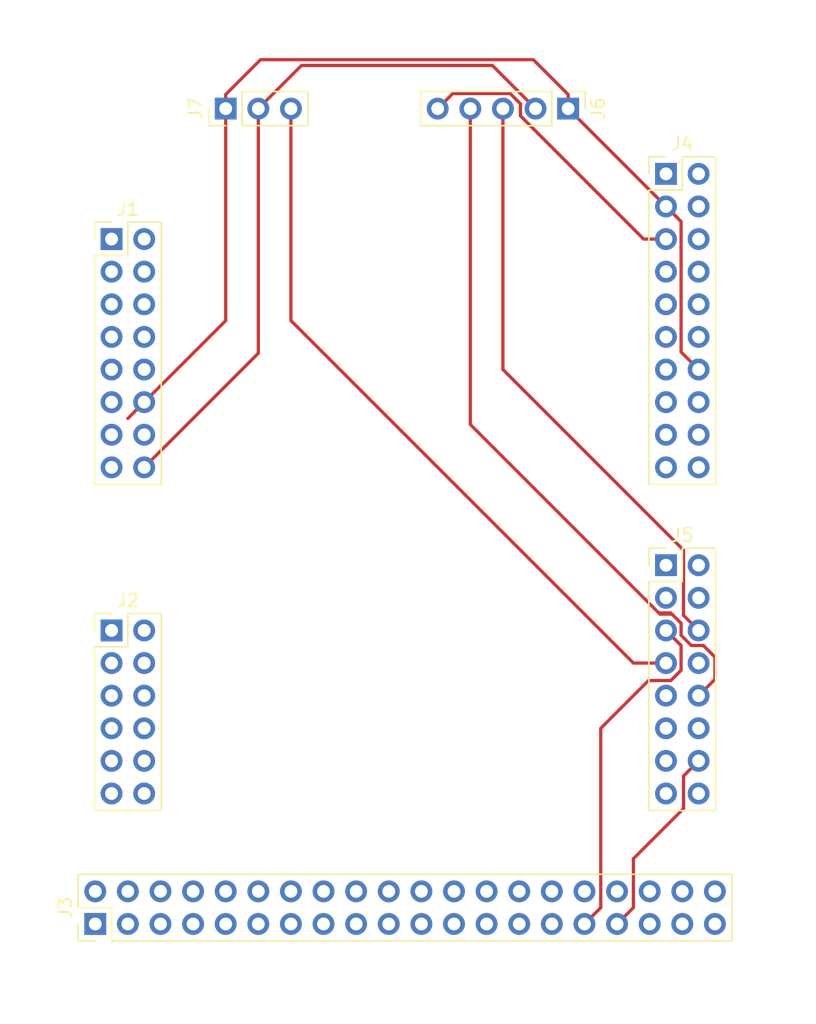
<source format=kicad_pcb>
(kicad_pcb (version 20171130) (host pcbnew 5.0.1-33cea8e~68~ubuntu18.04.1)

  (general
    (thickness 1.6)
    (drawings 0)
    (tracks 57)
    (zones 0)
    (modules 7)
    (nets 88)
  )

  (page A4)
  (layers
    (0 F.Cu signal)
    (31 B.Cu signal)
    (32 B.Adhes user)
    (33 F.Adhes user)
    (34 B.Paste user)
    (35 F.Paste user)
    (36 B.SilkS user)
    (37 F.SilkS user)
    (38 B.Mask user)
    (39 F.Mask user)
    (40 Dwgs.User user)
    (41 Cmts.User user)
    (42 Eco1.User user)
    (43 Eco2.User user)
    (44 Edge.Cuts user)
    (45 Margin user)
    (46 B.CrtYd user)
    (47 F.CrtYd user)
    (48 B.Fab user)
    (49 F.Fab user)
  )

  (setup
    (last_trace_width 0.25)
    (trace_clearance 0.2)
    (zone_clearance 0.508)
    (zone_45_only no)
    (trace_min 0.2)
    (segment_width 0.2)
    (edge_width 0.15)
    (via_size 0.6)
    (via_drill 0.4)
    (via_min_size 0.4)
    (via_min_drill 0.3)
    (uvia_size 0.3)
    (uvia_drill 0.1)
    (uvias_allowed no)
    (uvia_min_size 0.2)
    (uvia_min_drill 0.1)
    (pcb_text_width 0.3)
    (pcb_text_size 1.5 1.5)
    (mod_edge_width 0.15)
    (mod_text_size 1 1)
    (mod_text_width 0.15)
    (pad_size 1.524 1.524)
    (pad_drill 0.762)
    (pad_to_mask_clearance 0.2)
    (solder_mask_min_width 0.25)
    (aux_axis_origin 0 0)
    (visible_elements FFFFFF7F)
    (pcbplotparams
      (layerselection 0x00030_80000001)
      (usegerberextensions false)
      (usegerberattributes false)
      (usegerberadvancedattributes false)
      (creategerberjobfile false)
      (excludeedgelayer true)
      (linewidth 0.100000)
      (plotframeref false)
      (viasonmask false)
      (mode 1)
      (useauxorigin false)
      (hpglpennumber 1)
      (hpglpenspeed 20)
      (hpglpendiameter 15.000000)
      (psnegative false)
      (psa4output false)
      (plotreference true)
      (plotvalue true)
      (plotinvisibletext false)
      (padsonsilk false)
      (subtractmaskfromsilk false)
      (outputformat 1)
      (mirror false)
      (drillshape 1)
      (scaleselection 1)
      (outputdirectory ""))
  )

  (net 0 "")
  (net 1 "Net-(J1-Pad1)")
  (net 2 "Net-(J1-Pad2)")
  (net 3 "Net-(J1-Pad3)")
  (net 4 "Net-(J1-Pad4)")
  (net 5 "Net-(J1-Pad5)")
  (net 6 "Net-(J1-Pad6)")
  (net 7 "Net-(J1-Pad7)")
  (net 8 "Net-(J1-Pad8)")
  (net 9 "Net-(J1-Pad9)")
  (net 10 "Net-(J1-Pad10)")
  (net 11 "Net-(J1-Pad11)")
  (net 12 /GND)
  (net 13 "Net-(J1-Pad13)")
  (net 14 "Net-(J1-Pad15)")
  (net 15 /5V)
  (net 16 "Net-(J2-Pad1)")
  (net 17 "Net-(J2-Pad2)")
  (net 18 "Net-(J2-Pad3)")
  (net 19 "Net-(J2-Pad4)")
  (net 20 "Net-(J2-Pad5)")
  (net 21 "Net-(J2-Pad6)")
  (net 22 "Net-(J2-Pad7)")
  (net 23 "Net-(J2-Pad8)")
  (net 24 "Net-(J2-Pad9)")
  (net 25 "Net-(J2-Pad10)")
  (net 26 "Net-(J2-Pad11)")
  (net 27 "Net-(J2-Pad12)")
  (net 28 "Net-(J3-Pad1)")
  (net 29 "Net-(J3-Pad3)")
  (net 30 "Net-(J3-Pad5)")
  (net 31 "Net-(J3-Pad7)")
  (net 32 "Net-(J3-Pad8)")
  (net 33 "Net-(J3-Pad10)")
  (net 34 "Net-(J3-Pad11)")
  (net 35 "Net-(J3-Pad12)")
  (net 36 "Net-(J3-Pad13)")
  (net 37 "Net-(J3-Pad15)")
  (net 38 "Net-(J3-Pad16)")
  (net 39 "Net-(J3-Pad17)")
  (net 40 "Net-(J3-Pad18)")
  (net 41 "Net-(J3-Pad19)")
  (net 42 "Net-(J3-Pad21)")
  (net 43 "Net-(J3-Pad22)")
  (net 44 "Net-(J3-Pad23)")
  (net 45 "Net-(J3-Pad24)")
  (net 46 "Net-(J3-Pad26)")
  (net 47 "Net-(J3-Pad27)")
  (net 48 "Net-(J3-Pad28)")
  (net 49 "Net-(J3-Pad29)")
  (net 50 /A1)
  (net 51 "Net-(J3-Pad32)")
  (net 52 /A2)
  (net 53 "Net-(J3-Pad35)")
  (net 54 "Net-(J3-Pad36)")
  (net 55 "Net-(J3-Pad37)")
  (net 56 /B1)
  (net 57 /B2)
  (net 58 "Net-(J4-Pad1)")
  (net 59 "Net-(J4-Pad2)")
  (net 60 /AO)
  (net 61 "Net-(J4-Pad6)")
  (net 62 "Net-(J4-Pad7)")
  (net 63 "Net-(J4-Pad8)")
  (net 64 "Net-(J4-Pad9)")
  (net 65 "Net-(J4-Pad10)")
  (net 66 "Net-(J4-Pad11)")
  (net 67 "Net-(J4-Pad12)")
  (net 68 "Net-(J4-Pad13)")
  (net 69 "Net-(J4-Pad15)")
  (net 70 "Net-(J4-Pad16)")
  (net 71 "Net-(J4-Pad17)")
  (net 72 "Net-(J4-Pad18)")
  (net 73 "Net-(J4-Pad19)")
  (net 74 "Net-(J4-Pad20)")
  (net 75 "Net-(J5-Pad1)")
  (net 76 "Net-(J5-Pad2)")
  (net 77 "Net-(J5-Pad3)")
  (net 78 "Net-(J5-Pad4)")
  (net 79 /CLK)
  (net 80 /SIG)
  (net 81 "Net-(J5-Pad8)")
  (net 82 "Net-(J5-Pad9)")
  (net 83 /SI)
  (net 84 "Net-(J5-Pad11)")
  (net 85 "Net-(J5-Pad12)")
  (net 86 "Net-(J5-Pad13)")
  (net 87 "Net-(J5-Pad15)")

  (net_class Default "This is the default net class."
    (clearance 0.2)
    (trace_width 0.25)
    (via_dia 0.6)
    (via_drill 0.4)
    (uvia_dia 0.3)
    (uvia_drill 0.1)
    (add_net /5V)
    (add_net /A1)
    (add_net /A2)
    (add_net /AO)
    (add_net /B1)
    (add_net /B2)
    (add_net /CLK)
    (add_net /GND)
    (add_net /SI)
    (add_net /SIG)
    (add_net "Net-(J1-Pad1)")
    (add_net "Net-(J1-Pad10)")
    (add_net "Net-(J1-Pad11)")
    (add_net "Net-(J1-Pad13)")
    (add_net "Net-(J1-Pad15)")
    (add_net "Net-(J1-Pad2)")
    (add_net "Net-(J1-Pad3)")
    (add_net "Net-(J1-Pad4)")
    (add_net "Net-(J1-Pad5)")
    (add_net "Net-(J1-Pad6)")
    (add_net "Net-(J1-Pad7)")
    (add_net "Net-(J1-Pad8)")
    (add_net "Net-(J1-Pad9)")
    (add_net "Net-(J2-Pad1)")
    (add_net "Net-(J2-Pad10)")
    (add_net "Net-(J2-Pad11)")
    (add_net "Net-(J2-Pad12)")
    (add_net "Net-(J2-Pad2)")
    (add_net "Net-(J2-Pad3)")
    (add_net "Net-(J2-Pad4)")
    (add_net "Net-(J2-Pad5)")
    (add_net "Net-(J2-Pad6)")
    (add_net "Net-(J2-Pad7)")
    (add_net "Net-(J2-Pad8)")
    (add_net "Net-(J2-Pad9)")
    (add_net "Net-(J3-Pad1)")
    (add_net "Net-(J3-Pad10)")
    (add_net "Net-(J3-Pad11)")
    (add_net "Net-(J3-Pad12)")
    (add_net "Net-(J3-Pad13)")
    (add_net "Net-(J3-Pad15)")
    (add_net "Net-(J3-Pad16)")
    (add_net "Net-(J3-Pad17)")
    (add_net "Net-(J3-Pad18)")
    (add_net "Net-(J3-Pad19)")
    (add_net "Net-(J3-Pad21)")
    (add_net "Net-(J3-Pad22)")
    (add_net "Net-(J3-Pad23)")
    (add_net "Net-(J3-Pad24)")
    (add_net "Net-(J3-Pad26)")
    (add_net "Net-(J3-Pad27)")
    (add_net "Net-(J3-Pad28)")
    (add_net "Net-(J3-Pad29)")
    (add_net "Net-(J3-Pad3)")
    (add_net "Net-(J3-Pad32)")
    (add_net "Net-(J3-Pad35)")
    (add_net "Net-(J3-Pad36)")
    (add_net "Net-(J3-Pad37)")
    (add_net "Net-(J3-Pad5)")
    (add_net "Net-(J3-Pad7)")
    (add_net "Net-(J3-Pad8)")
    (add_net "Net-(J4-Pad1)")
    (add_net "Net-(J4-Pad10)")
    (add_net "Net-(J4-Pad11)")
    (add_net "Net-(J4-Pad12)")
    (add_net "Net-(J4-Pad13)")
    (add_net "Net-(J4-Pad15)")
    (add_net "Net-(J4-Pad16)")
    (add_net "Net-(J4-Pad17)")
    (add_net "Net-(J4-Pad18)")
    (add_net "Net-(J4-Pad19)")
    (add_net "Net-(J4-Pad2)")
    (add_net "Net-(J4-Pad20)")
    (add_net "Net-(J4-Pad6)")
    (add_net "Net-(J4-Pad7)")
    (add_net "Net-(J4-Pad8)")
    (add_net "Net-(J4-Pad9)")
    (add_net "Net-(J5-Pad1)")
    (add_net "Net-(J5-Pad11)")
    (add_net "Net-(J5-Pad12)")
    (add_net "Net-(J5-Pad13)")
    (add_net "Net-(J5-Pad15)")
    (add_net "Net-(J5-Pad2)")
    (add_net "Net-(J5-Pad3)")
    (add_net "Net-(J5-Pad4)")
    (add_net "Net-(J5-Pad8)")
    (add_net "Net-(J5-Pad9)")
  )

  (module Pin_Headers:Pin_Header_Straight_2x08_Pitch2.54mm (layer F.Cu) (tedit 59650532) (tstamp 5BEBBA18)
    (at 104.14 72.39)
    (descr "Through hole straight pin header, 2x08, 2.54mm pitch, double rows")
    (tags "Through hole pin header THT 2x08 2.54mm double row")
    (path /5BEBC742)
    (fp_text reference J1 (at 1.27 -2.33) (layer F.SilkS)
      (effects (font (size 1 1) (thickness 0.15)))
    )
    (fp_text value top_left_header_02x08 (at 1.27 20.11) (layer F.Fab)
      (effects (font (size 1 1) (thickness 0.15)))
    )
    (fp_line (start 0 -1.27) (end 3.81 -1.27) (layer F.Fab) (width 0.1))
    (fp_line (start 3.81 -1.27) (end 3.81 19.05) (layer F.Fab) (width 0.1))
    (fp_line (start 3.81 19.05) (end -1.27 19.05) (layer F.Fab) (width 0.1))
    (fp_line (start -1.27 19.05) (end -1.27 0) (layer F.Fab) (width 0.1))
    (fp_line (start -1.27 0) (end 0 -1.27) (layer F.Fab) (width 0.1))
    (fp_line (start -1.33 19.11) (end 3.87 19.11) (layer F.SilkS) (width 0.12))
    (fp_line (start -1.33 1.27) (end -1.33 19.11) (layer F.SilkS) (width 0.12))
    (fp_line (start 3.87 -1.33) (end 3.87 19.11) (layer F.SilkS) (width 0.12))
    (fp_line (start -1.33 1.27) (end 1.27 1.27) (layer F.SilkS) (width 0.12))
    (fp_line (start 1.27 1.27) (end 1.27 -1.33) (layer F.SilkS) (width 0.12))
    (fp_line (start 1.27 -1.33) (end 3.87 -1.33) (layer F.SilkS) (width 0.12))
    (fp_line (start -1.33 0) (end -1.33 -1.33) (layer F.SilkS) (width 0.12))
    (fp_line (start -1.33 -1.33) (end 0 -1.33) (layer F.SilkS) (width 0.12))
    (fp_line (start -1.8 -1.8) (end -1.8 19.55) (layer F.CrtYd) (width 0.05))
    (fp_line (start -1.8 19.55) (end 4.35 19.55) (layer F.CrtYd) (width 0.05))
    (fp_line (start 4.35 19.55) (end 4.35 -1.8) (layer F.CrtYd) (width 0.05))
    (fp_line (start 4.35 -1.8) (end -1.8 -1.8) (layer F.CrtYd) (width 0.05))
    (fp_text user %R (at 1.27 8.89 90) (layer F.Fab)
      (effects (font (size 1 1) (thickness 0.15)))
    )
    (pad 1 thru_hole rect (at 0 0) (size 1.7 1.7) (drill 1) (layers *.Cu *.Mask)
      (net 1 "Net-(J1-Pad1)"))
    (pad 2 thru_hole oval (at 2.54 0) (size 1.7 1.7) (drill 1) (layers *.Cu *.Mask)
      (net 2 "Net-(J1-Pad2)"))
    (pad 3 thru_hole oval (at 0 2.54) (size 1.7 1.7) (drill 1) (layers *.Cu *.Mask)
      (net 3 "Net-(J1-Pad3)"))
    (pad 4 thru_hole oval (at 2.54 2.54) (size 1.7 1.7) (drill 1) (layers *.Cu *.Mask)
      (net 4 "Net-(J1-Pad4)"))
    (pad 5 thru_hole oval (at 0 5.08) (size 1.7 1.7) (drill 1) (layers *.Cu *.Mask)
      (net 5 "Net-(J1-Pad5)"))
    (pad 6 thru_hole oval (at 2.54 5.08) (size 1.7 1.7) (drill 1) (layers *.Cu *.Mask)
      (net 6 "Net-(J1-Pad6)"))
    (pad 7 thru_hole oval (at 0 7.62) (size 1.7 1.7) (drill 1) (layers *.Cu *.Mask)
      (net 7 "Net-(J1-Pad7)"))
    (pad 8 thru_hole oval (at 2.54 7.62) (size 1.7 1.7) (drill 1) (layers *.Cu *.Mask)
      (net 8 "Net-(J1-Pad8)"))
    (pad 9 thru_hole oval (at 0 10.16) (size 1.7 1.7) (drill 1) (layers *.Cu *.Mask)
      (net 9 "Net-(J1-Pad9)"))
    (pad 10 thru_hole oval (at 2.54 10.16) (size 1.7 1.7) (drill 1) (layers *.Cu *.Mask)
      (net 10 "Net-(J1-Pad10)"))
    (pad 11 thru_hole oval (at 0 12.7) (size 1.7 1.7) (drill 1) (layers *.Cu *.Mask)
      (net 11 "Net-(J1-Pad11)"))
    (pad 12 thru_hole oval (at 2.54 12.7) (size 1.7 1.7) (drill 1) (layers *.Cu *.Mask)
      (net 12 /GND))
    (pad 13 thru_hole oval (at 0 15.24) (size 1.7 1.7) (drill 1) (layers *.Cu *.Mask)
      (net 13 "Net-(J1-Pad13)"))
    (pad 14 thru_hole oval (at 2.54 15.24) (size 1.7 1.7) (drill 1) (layers *.Cu *.Mask)
      (net 12 /GND))
    (pad 15 thru_hole oval (at 0 17.78) (size 1.7 1.7) (drill 1) (layers *.Cu *.Mask)
      (net 14 "Net-(J1-Pad15)"))
    (pad 16 thru_hole oval (at 2.54 17.78) (size 1.7 1.7) (drill 1) (layers *.Cu *.Mask)
      (net 15 /5V))
    (model ${KISYS3DMOD}/Pin_Headers.3dshapes/Pin_Header_Straight_2x08_Pitch2.54mm.wrl
      (at (xyz 0 0 0))
      (scale (xyz 1 1 1))
      (rotate (xyz 0 0 0))
    )
  )

  (module Pin_Headers:Pin_Header_Straight_2x06_Pitch2.54mm (layer F.Cu) (tedit 59650532) (tstamp 5BEBBA28)
    (at 104.14 102.87)
    (descr "Through hole straight pin header, 2x06, 2.54mm pitch, double rows")
    (tags "Through hole pin header THT 2x06 2.54mm double row")
    (path /5BEBC80A)
    (fp_text reference J2 (at 1.27 -2.33) (layer F.SilkS)
      (effects (font (size 1 1) (thickness 0.15)))
    )
    (fp_text value bottom_left_header_02x06 (at 1.27 15.03) (layer F.Fab)
      (effects (font (size 1 1) (thickness 0.15)))
    )
    (fp_line (start 0 -1.27) (end 3.81 -1.27) (layer F.Fab) (width 0.1))
    (fp_line (start 3.81 -1.27) (end 3.81 13.97) (layer F.Fab) (width 0.1))
    (fp_line (start 3.81 13.97) (end -1.27 13.97) (layer F.Fab) (width 0.1))
    (fp_line (start -1.27 13.97) (end -1.27 0) (layer F.Fab) (width 0.1))
    (fp_line (start -1.27 0) (end 0 -1.27) (layer F.Fab) (width 0.1))
    (fp_line (start -1.33 14.03) (end 3.87 14.03) (layer F.SilkS) (width 0.12))
    (fp_line (start -1.33 1.27) (end -1.33 14.03) (layer F.SilkS) (width 0.12))
    (fp_line (start 3.87 -1.33) (end 3.87 14.03) (layer F.SilkS) (width 0.12))
    (fp_line (start -1.33 1.27) (end 1.27 1.27) (layer F.SilkS) (width 0.12))
    (fp_line (start 1.27 1.27) (end 1.27 -1.33) (layer F.SilkS) (width 0.12))
    (fp_line (start 1.27 -1.33) (end 3.87 -1.33) (layer F.SilkS) (width 0.12))
    (fp_line (start -1.33 0) (end -1.33 -1.33) (layer F.SilkS) (width 0.12))
    (fp_line (start -1.33 -1.33) (end 0 -1.33) (layer F.SilkS) (width 0.12))
    (fp_line (start -1.8 -1.8) (end -1.8 14.5) (layer F.CrtYd) (width 0.05))
    (fp_line (start -1.8 14.5) (end 4.35 14.5) (layer F.CrtYd) (width 0.05))
    (fp_line (start 4.35 14.5) (end 4.35 -1.8) (layer F.CrtYd) (width 0.05))
    (fp_line (start 4.35 -1.8) (end -1.8 -1.8) (layer F.CrtYd) (width 0.05))
    (fp_text user %R (at 1.27 6.35 90) (layer F.Fab)
      (effects (font (size 1 1) (thickness 0.15)))
    )
    (pad 1 thru_hole rect (at 0 0) (size 1.7 1.7) (drill 1) (layers *.Cu *.Mask)
      (net 16 "Net-(J2-Pad1)"))
    (pad 2 thru_hole oval (at 2.54 0) (size 1.7 1.7) (drill 1) (layers *.Cu *.Mask)
      (net 17 "Net-(J2-Pad2)"))
    (pad 3 thru_hole oval (at 0 2.54) (size 1.7 1.7) (drill 1) (layers *.Cu *.Mask)
      (net 18 "Net-(J2-Pad3)"))
    (pad 4 thru_hole oval (at 2.54 2.54) (size 1.7 1.7) (drill 1) (layers *.Cu *.Mask)
      (net 19 "Net-(J2-Pad4)"))
    (pad 5 thru_hole oval (at 0 5.08) (size 1.7 1.7) (drill 1) (layers *.Cu *.Mask)
      (net 20 "Net-(J2-Pad5)"))
    (pad 6 thru_hole oval (at 2.54 5.08) (size 1.7 1.7) (drill 1) (layers *.Cu *.Mask)
      (net 21 "Net-(J2-Pad6)"))
    (pad 7 thru_hole oval (at 0 7.62) (size 1.7 1.7) (drill 1) (layers *.Cu *.Mask)
      (net 22 "Net-(J2-Pad7)"))
    (pad 8 thru_hole oval (at 2.54 7.62) (size 1.7 1.7) (drill 1) (layers *.Cu *.Mask)
      (net 23 "Net-(J2-Pad8)"))
    (pad 9 thru_hole oval (at 0 10.16) (size 1.7 1.7) (drill 1) (layers *.Cu *.Mask)
      (net 24 "Net-(J2-Pad9)"))
    (pad 10 thru_hole oval (at 2.54 10.16) (size 1.7 1.7) (drill 1) (layers *.Cu *.Mask)
      (net 25 "Net-(J2-Pad10)"))
    (pad 11 thru_hole oval (at 0 12.7) (size 1.7 1.7) (drill 1) (layers *.Cu *.Mask)
      (net 26 "Net-(J2-Pad11)"))
    (pad 12 thru_hole oval (at 2.54 12.7) (size 1.7 1.7) (drill 1) (layers *.Cu *.Mask)
      (net 27 "Net-(J2-Pad12)"))
    (model ${KISYS3DMOD}/Pin_Headers.3dshapes/Pin_Header_Straight_2x06_Pitch2.54mm.wrl
      (at (xyz 0 0 0))
      (scale (xyz 1 1 1))
      (rotate (xyz 0 0 0))
    )
  )

  (module Pin_Headers:Pin_Header_Straight_2x20_Pitch2.54mm (layer F.Cu) (tedit 59650533) (tstamp 5BEBBA54)
    (at 102.87 125.73 90)
    (descr "Through hole straight pin header, 2x20, 2.54mm pitch, double rows")
    (tags "Through hole pin header THT 2x20 2.54mm double row")
    (path /5BEBCC38)
    (fp_text reference J3 (at 1.27 -2.33 90) (layer F.SilkS)
      (effects (font (size 1 1) (thickness 0.15)))
    )
    (fp_text value rpi_motor_driver_header (at 1.27 50.59 90) (layer F.Fab)
      (effects (font (size 1 1) (thickness 0.15)))
    )
    (fp_line (start 0 -1.27) (end 3.81 -1.27) (layer F.Fab) (width 0.1))
    (fp_line (start 3.81 -1.27) (end 3.81 49.53) (layer F.Fab) (width 0.1))
    (fp_line (start 3.81 49.53) (end -1.27 49.53) (layer F.Fab) (width 0.1))
    (fp_line (start -1.27 49.53) (end -1.27 0) (layer F.Fab) (width 0.1))
    (fp_line (start -1.27 0) (end 0 -1.27) (layer F.Fab) (width 0.1))
    (fp_line (start -1.33 49.59) (end 3.87 49.59) (layer F.SilkS) (width 0.12))
    (fp_line (start -1.33 1.27) (end -1.33 49.59) (layer F.SilkS) (width 0.12))
    (fp_line (start 3.87 -1.33) (end 3.87 49.59) (layer F.SilkS) (width 0.12))
    (fp_line (start -1.33 1.27) (end 1.27 1.27) (layer F.SilkS) (width 0.12))
    (fp_line (start 1.27 1.27) (end 1.27 -1.33) (layer F.SilkS) (width 0.12))
    (fp_line (start 1.27 -1.33) (end 3.87 -1.33) (layer F.SilkS) (width 0.12))
    (fp_line (start -1.33 0) (end -1.33 -1.33) (layer F.SilkS) (width 0.12))
    (fp_line (start -1.33 -1.33) (end 0 -1.33) (layer F.SilkS) (width 0.12))
    (fp_line (start -1.8 -1.8) (end -1.8 50.05) (layer F.CrtYd) (width 0.05))
    (fp_line (start -1.8 50.05) (end 4.35 50.05) (layer F.CrtYd) (width 0.05))
    (fp_line (start 4.35 50.05) (end 4.35 -1.8) (layer F.CrtYd) (width 0.05))
    (fp_line (start 4.35 -1.8) (end -1.8 -1.8) (layer F.CrtYd) (width 0.05))
    (fp_text user %R (at 1.27 24.13 180) (layer F.Fab)
      (effects (font (size 1 1) (thickness 0.15)))
    )
    (pad 1 thru_hole rect (at 0 0 90) (size 1.7 1.7) (drill 1) (layers *.Cu *.Mask)
      (net 28 "Net-(J3-Pad1)"))
    (pad 2 thru_hole oval (at 2.54 0 90) (size 1.7 1.7) (drill 1) (layers *.Cu *.Mask)
      (net 15 /5V))
    (pad 3 thru_hole oval (at 0 2.54 90) (size 1.7 1.7) (drill 1) (layers *.Cu *.Mask)
      (net 29 "Net-(J3-Pad3)"))
    (pad 4 thru_hole oval (at 2.54 2.54 90) (size 1.7 1.7) (drill 1) (layers *.Cu *.Mask)
      (net 15 /5V))
    (pad 5 thru_hole oval (at 0 5.08 90) (size 1.7 1.7) (drill 1) (layers *.Cu *.Mask)
      (net 30 "Net-(J3-Pad5)"))
    (pad 6 thru_hole oval (at 2.54 5.08 90) (size 1.7 1.7) (drill 1) (layers *.Cu *.Mask)
      (net 12 /GND))
    (pad 7 thru_hole oval (at 0 7.62 90) (size 1.7 1.7) (drill 1) (layers *.Cu *.Mask)
      (net 31 "Net-(J3-Pad7)"))
    (pad 8 thru_hole oval (at 2.54 7.62 90) (size 1.7 1.7) (drill 1) (layers *.Cu *.Mask)
      (net 32 "Net-(J3-Pad8)"))
    (pad 9 thru_hole oval (at 0 10.16 90) (size 1.7 1.7) (drill 1) (layers *.Cu *.Mask)
      (net 12 /GND))
    (pad 10 thru_hole oval (at 2.54 10.16 90) (size 1.7 1.7) (drill 1) (layers *.Cu *.Mask)
      (net 33 "Net-(J3-Pad10)"))
    (pad 11 thru_hole oval (at 0 12.7 90) (size 1.7 1.7) (drill 1) (layers *.Cu *.Mask)
      (net 34 "Net-(J3-Pad11)"))
    (pad 12 thru_hole oval (at 2.54 12.7 90) (size 1.7 1.7) (drill 1) (layers *.Cu *.Mask)
      (net 35 "Net-(J3-Pad12)"))
    (pad 13 thru_hole oval (at 0 15.24 90) (size 1.7 1.7) (drill 1) (layers *.Cu *.Mask)
      (net 36 "Net-(J3-Pad13)"))
    (pad 14 thru_hole oval (at 2.54 15.24 90) (size 1.7 1.7) (drill 1) (layers *.Cu *.Mask)
      (net 12 /GND))
    (pad 15 thru_hole oval (at 0 17.78 90) (size 1.7 1.7) (drill 1) (layers *.Cu *.Mask)
      (net 37 "Net-(J3-Pad15)"))
    (pad 16 thru_hole oval (at 2.54 17.78 90) (size 1.7 1.7) (drill 1) (layers *.Cu *.Mask)
      (net 38 "Net-(J3-Pad16)"))
    (pad 17 thru_hole oval (at 0 20.32 90) (size 1.7 1.7) (drill 1) (layers *.Cu *.Mask)
      (net 39 "Net-(J3-Pad17)"))
    (pad 18 thru_hole oval (at 2.54 20.32 90) (size 1.7 1.7) (drill 1) (layers *.Cu *.Mask)
      (net 40 "Net-(J3-Pad18)"))
    (pad 19 thru_hole oval (at 0 22.86 90) (size 1.7 1.7) (drill 1) (layers *.Cu *.Mask)
      (net 41 "Net-(J3-Pad19)"))
    (pad 20 thru_hole oval (at 2.54 22.86 90) (size 1.7 1.7) (drill 1) (layers *.Cu *.Mask)
      (net 12 /GND))
    (pad 21 thru_hole oval (at 0 25.4 90) (size 1.7 1.7) (drill 1) (layers *.Cu *.Mask)
      (net 42 "Net-(J3-Pad21)"))
    (pad 22 thru_hole oval (at 2.54 25.4 90) (size 1.7 1.7) (drill 1) (layers *.Cu *.Mask)
      (net 43 "Net-(J3-Pad22)"))
    (pad 23 thru_hole oval (at 0 27.94 90) (size 1.7 1.7) (drill 1) (layers *.Cu *.Mask)
      (net 44 "Net-(J3-Pad23)"))
    (pad 24 thru_hole oval (at 2.54 27.94 90) (size 1.7 1.7) (drill 1) (layers *.Cu *.Mask)
      (net 45 "Net-(J3-Pad24)"))
    (pad 25 thru_hole oval (at 0 30.48 90) (size 1.7 1.7) (drill 1) (layers *.Cu *.Mask)
      (net 12 /GND))
    (pad 26 thru_hole oval (at 2.54 30.48 90) (size 1.7 1.7) (drill 1) (layers *.Cu *.Mask)
      (net 46 "Net-(J3-Pad26)"))
    (pad 27 thru_hole oval (at 0 33.02 90) (size 1.7 1.7) (drill 1) (layers *.Cu *.Mask)
      (net 47 "Net-(J3-Pad27)"))
    (pad 28 thru_hole oval (at 2.54 33.02 90) (size 1.7 1.7) (drill 1) (layers *.Cu *.Mask)
      (net 48 "Net-(J3-Pad28)"))
    (pad 29 thru_hole oval (at 0 35.56 90) (size 1.7 1.7) (drill 1) (layers *.Cu *.Mask)
      (net 49 "Net-(J3-Pad29)"))
    (pad 30 thru_hole oval (at 2.54 35.56 90) (size 1.7 1.7) (drill 1) (layers *.Cu *.Mask)
      (net 12 /GND))
    (pad 31 thru_hole oval (at 0 38.1 90) (size 1.7 1.7) (drill 1) (layers *.Cu *.Mask)
      (net 50 /A1))
    (pad 32 thru_hole oval (at 2.54 38.1 90) (size 1.7 1.7) (drill 1) (layers *.Cu *.Mask)
      (net 51 "Net-(J3-Pad32)"))
    (pad 33 thru_hole oval (at 0 40.64 90) (size 1.7 1.7) (drill 1) (layers *.Cu *.Mask)
      (net 52 /A2))
    (pad 34 thru_hole oval (at 2.54 40.64 90) (size 1.7 1.7) (drill 1) (layers *.Cu *.Mask)
      (net 12 /GND))
    (pad 35 thru_hole oval (at 0 43.18 90) (size 1.7 1.7) (drill 1) (layers *.Cu *.Mask)
      (net 53 "Net-(J3-Pad35)"))
    (pad 36 thru_hole oval (at 2.54 43.18 90) (size 1.7 1.7) (drill 1) (layers *.Cu *.Mask)
      (net 54 "Net-(J3-Pad36)"))
    (pad 37 thru_hole oval (at 0 45.72 90) (size 1.7 1.7) (drill 1) (layers *.Cu *.Mask)
      (net 55 "Net-(J3-Pad37)"))
    (pad 38 thru_hole oval (at 2.54 45.72 90) (size 1.7 1.7) (drill 1) (layers *.Cu *.Mask)
      (net 56 /B1))
    (pad 39 thru_hole oval (at 0 48.26 90) (size 1.7 1.7) (drill 1) (layers *.Cu *.Mask)
      (net 12 /GND))
    (pad 40 thru_hole oval (at 2.54 48.26 90) (size 1.7 1.7) (drill 1) (layers *.Cu *.Mask)
      (net 57 /B2))
    (model ${KISYS3DMOD}/Pin_Headers.3dshapes/Pin_Header_Straight_2x20_Pitch2.54mm.wrl
      (at (xyz 0 0 0))
      (scale (xyz 1 1 1))
      (rotate (xyz 0 0 0))
    )
  )

  (module Pin_Headers:Pin_Header_Straight_2x10_Pitch2.54mm (layer F.Cu) (tedit 59650532) (tstamp 5BEBBA6C)
    (at 147.32 67.31)
    (descr "Through hole straight pin header, 2x10, 2.54mm pitch, double rows")
    (tags "Through hole pin header THT 2x10 2.54mm double row")
    (path /5BEBC857)
    (fp_text reference J4 (at 1.27 -2.33) (layer F.SilkS)
      (effects (font (size 1 1) (thickness 0.15)))
    )
    (fp_text value top_right_header_02x10 (at 1.27 25.19) (layer F.Fab)
      (effects (font (size 1 1) (thickness 0.15)))
    )
    (fp_line (start 0 -1.27) (end 3.81 -1.27) (layer F.Fab) (width 0.1))
    (fp_line (start 3.81 -1.27) (end 3.81 24.13) (layer F.Fab) (width 0.1))
    (fp_line (start 3.81 24.13) (end -1.27 24.13) (layer F.Fab) (width 0.1))
    (fp_line (start -1.27 24.13) (end -1.27 0) (layer F.Fab) (width 0.1))
    (fp_line (start -1.27 0) (end 0 -1.27) (layer F.Fab) (width 0.1))
    (fp_line (start -1.33 24.19) (end 3.87 24.19) (layer F.SilkS) (width 0.12))
    (fp_line (start -1.33 1.27) (end -1.33 24.19) (layer F.SilkS) (width 0.12))
    (fp_line (start 3.87 -1.33) (end 3.87 24.19) (layer F.SilkS) (width 0.12))
    (fp_line (start -1.33 1.27) (end 1.27 1.27) (layer F.SilkS) (width 0.12))
    (fp_line (start 1.27 1.27) (end 1.27 -1.33) (layer F.SilkS) (width 0.12))
    (fp_line (start 1.27 -1.33) (end 3.87 -1.33) (layer F.SilkS) (width 0.12))
    (fp_line (start -1.33 0) (end -1.33 -1.33) (layer F.SilkS) (width 0.12))
    (fp_line (start -1.33 -1.33) (end 0 -1.33) (layer F.SilkS) (width 0.12))
    (fp_line (start -1.8 -1.8) (end -1.8 24.65) (layer F.CrtYd) (width 0.05))
    (fp_line (start -1.8 24.65) (end 4.35 24.65) (layer F.CrtYd) (width 0.05))
    (fp_line (start 4.35 24.65) (end 4.35 -1.8) (layer F.CrtYd) (width 0.05))
    (fp_line (start 4.35 -1.8) (end -1.8 -1.8) (layer F.CrtYd) (width 0.05))
    (fp_text user %R (at 1.27 11.43 90) (layer F.Fab)
      (effects (font (size 1 1) (thickness 0.15)))
    )
    (pad 1 thru_hole rect (at 0 0) (size 1.7 1.7) (drill 1) (layers *.Cu *.Mask)
      (net 58 "Net-(J4-Pad1)"))
    (pad 2 thru_hole oval (at 2.54 0) (size 1.7 1.7) (drill 1) (layers *.Cu *.Mask)
      (net 59 "Net-(J4-Pad2)"))
    (pad 3 thru_hole oval (at 0 2.54) (size 1.7 1.7) (drill 1) (layers *.Cu *.Mask)
      (net 12 /GND))
    (pad 4 thru_hole oval (at 2.54 2.54) (size 1.7 1.7) (drill 1) (layers *.Cu *.Mask)
      (net 57 /B2))
    (pad 5 thru_hole oval (at 0 5.08) (size 1.7 1.7) (drill 1) (layers *.Cu *.Mask)
      (net 60 /AO))
    (pad 6 thru_hole oval (at 2.54 5.08) (size 1.7 1.7) (drill 1) (layers *.Cu *.Mask)
      (net 61 "Net-(J4-Pad6)"))
    (pad 7 thru_hole oval (at 0 7.62) (size 1.7 1.7) (drill 1) (layers *.Cu *.Mask)
      (net 62 "Net-(J4-Pad7)"))
    (pad 8 thru_hole oval (at 2.54 7.62) (size 1.7 1.7) (drill 1) (layers *.Cu *.Mask)
      (net 63 "Net-(J4-Pad8)"))
    (pad 9 thru_hole oval (at 0 10.16) (size 1.7 1.7) (drill 1) (layers *.Cu *.Mask)
      (net 64 "Net-(J4-Pad9)"))
    (pad 10 thru_hole oval (at 2.54 10.16) (size 1.7 1.7) (drill 1) (layers *.Cu *.Mask)
      (net 65 "Net-(J4-Pad10)"))
    (pad 11 thru_hole oval (at 0 12.7) (size 1.7 1.7) (drill 1) (layers *.Cu *.Mask)
      (net 66 "Net-(J4-Pad11)"))
    (pad 12 thru_hole oval (at 2.54 12.7) (size 1.7 1.7) (drill 1) (layers *.Cu *.Mask)
      (net 67 "Net-(J4-Pad12)"))
    (pad 13 thru_hole oval (at 0 15.24) (size 1.7 1.7) (drill 1) (layers *.Cu *.Mask)
      (net 68 "Net-(J4-Pad13)"))
    (pad 14 thru_hole oval (at 2.54 15.24) (size 1.7 1.7) (drill 1) (layers *.Cu *.Mask)
      (net 12 /GND))
    (pad 15 thru_hole oval (at 0 17.78) (size 1.7 1.7) (drill 1) (layers *.Cu *.Mask)
      (net 69 "Net-(J4-Pad15)"))
    (pad 16 thru_hole oval (at 2.54 17.78) (size 1.7 1.7) (drill 1) (layers *.Cu *.Mask)
      (net 70 "Net-(J4-Pad16)"))
    (pad 17 thru_hole oval (at 0 20.32) (size 1.7 1.7) (drill 1) (layers *.Cu *.Mask)
      (net 71 "Net-(J4-Pad17)"))
    (pad 18 thru_hole oval (at 2.54 20.32) (size 1.7 1.7) (drill 1) (layers *.Cu *.Mask)
      (net 72 "Net-(J4-Pad18)"))
    (pad 19 thru_hole oval (at 0 22.86) (size 1.7 1.7) (drill 1) (layers *.Cu *.Mask)
      (net 73 "Net-(J4-Pad19)"))
    (pad 20 thru_hole oval (at 2.54 22.86) (size 1.7 1.7) (drill 1) (layers *.Cu *.Mask)
      (net 74 "Net-(J4-Pad20)"))
    (model ${KISYS3DMOD}/Pin_Headers.3dshapes/Pin_Header_Straight_2x10_Pitch2.54mm.wrl
      (at (xyz 0 0 0))
      (scale (xyz 1 1 1))
      (rotate (xyz 0 0 0))
    )
  )

  (module Pin_Headers:Pin_Header_Straight_2x08_Pitch2.54mm (layer F.Cu) (tedit 59650532) (tstamp 5BEBBA80)
    (at 147.32 97.79)
    (descr "Through hole straight pin header, 2x08, 2.54mm pitch, double rows")
    (tags "Through hole pin header THT 2x08 2.54mm double row")
    (path /5BEBCB19)
    (fp_text reference J5 (at 1.27 -2.33) (layer F.SilkS)
      (effects (font (size 1 1) (thickness 0.15)))
    )
    (fp_text value bottom_right_header_02x08 (at 1.27 20.11) (layer F.Fab)
      (effects (font (size 1 1) (thickness 0.15)))
    )
    (fp_line (start 0 -1.27) (end 3.81 -1.27) (layer F.Fab) (width 0.1))
    (fp_line (start 3.81 -1.27) (end 3.81 19.05) (layer F.Fab) (width 0.1))
    (fp_line (start 3.81 19.05) (end -1.27 19.05) (layer F.Fab) (width 0.1))
    (fp_line (start -1.27 19.05) (end -1.27 0) (layer F.Fab) (width 0.1))
    (fp_line (start -1.27 0) (end 0 -1.27) (layer F.Fab) (width 0.1))
    (fp_line (start -1.33 19.11) (end 3.87 19.11) (layer F.SilkS) (width 0.12))
    (fp_line (start -1.33 1.27) (end -1.33 19.11) (layer F.SilkS) (width 0.12))
    (fp_line (start 3.87 -1.33) (end 3.87 19.11) (layer F.SilkS) (width 0.12))
    (fp_line (start -1.33 1.27) (end 1.27 1.27) (layer F.SilkS) (width 0.12))
    (fp_line (start 1.27 1.27) (end 1.27 -1.33) (layer F.SilkS) (width 0.12))
    (fp_line (start 1.27 -1.33) (end 3.87 -1.33) (layer F.SilkS) (width 0.12))
    (fp_line (start -1.33 0) (end -1.33 -1.33) (layer F.SilkS) (width 0.12))
    (fp_line (start -1.33 -1.33) (end 0 -1.33) (layer F.SilkS) (width 0.12))
    (fp_line (start -1.8 -1.8) (end -1.8 19.55) (layer F.CrtYd) (width 0.05))
    (fp_line (start -1.8 19.55) (end 4.35 19.55) (layer F.CrtYd) (width 0.05))
    (fp_line (start 4.35 19.55) (end 4.35 -1.8) (layer F.CrtYd) (width 0.05))
    (fp_line (start 4.35 -1.8) (end -1.8 -1.8) (layer F.CrtYd) (width 0.05))
    (fp_text user %R (at 1.27 8.89 90) (layer F.Fab)
      (effects (font (size 1 1) (thickness 0.15)))
    )
    (pad 1 thru_hole rect (at 0 0) (size 1.7 1.7) (drill 1) (layers *.Cu *.Mask)
      (net 75 "Net-(J5-Pad1)"))
    (pad 2 thru_hole oval (at 2.54 0) (size 1.7 1.7) (drill 1) (layers *.Cu *.Mask)
      (net 76 "Net-(J5-Pad2)"))
    (pad 3 thru_hole oval (at 0 2.54) (size 1.7 1.7) (drill 1) (layers *.Cu *.Mask)
      (net 77 "Net-(J5-Pad3)"))
    (pad 4 thru_hole oval (at 2.54 2.54) (size 1.7 1.7) (drill 1) (layers *.Cu *.Mask)
      (net 78 "Net-(J5-Pad4)"))
    (pad 5 thru_hole oval (at 0 5.08) (size 1.7 1.7) (drill 1) (layers *.Cu *.Mask)
      (net 50 /A1))
    (pad 6 thru_hole oval (at 2.54 5.08) (size 1.7 1.7) (drill 1) (layers *.Cu *.Mask)
      (net 79 /CLK))
    (pad 7 thru_hole oval (at 0 7.62) (size 1.7 1.7) (drill 1) (layers *.Cu *.Mask)
      (net 80 /SIG))
    (pad 8 thru_hole oval (at 2.54 7.62) (size 1.7 1.7) (drill 1) (layers *.Cu *.Mask)
      (net 81 "Net-(J5-Pad8)"))
    (pad 9 thru_hole oval (at 0 10.16) (size 1.7 1.7) (drill 1) (layers *.Cu *.Mask)
      (net 82 "Net-(J5-Pad9)"))
    (pad 10 thru_hole oval (at 2.54 10.16) (size 1.7 1.7) (drill 1) (layers *.Cu *.Mask)
      (net 83 /SI))
    (pad 11 thru_hole oval (at 0 12.7) (size 1.7 1.7) (drill 1) (layers *.Cu *.Mask)
      (net 84 "Net-(J5-Pad11)"))
    (pad 12 thru_hole oval (at 2.54 12.7) (size 1.7 1.7) (drill 1) (layers *.Cu *.Mask)
      (net 85 "Net-(J5-Pad12)"))
    (pad 13 thru_hole oval (at 0 15.24) (size 1.7 1.7) (drill 1) (layers *.Cu *.Mask)
      (net 86 "Net-(J5-Pad13)"))
    (pad 14 thru_hole oval (at 2.54 15.24) (size 1.7 1.7) (drill 1) (layers *.Cu *.Mask)
      (net 52 /A2))
    (pad 15 thru_hole oval (at 0 17.78) (size 1.7 1.7) (drill 1) (layers *.Cu *.Mask)
      (net 87 "Net-(J5-Pad15)"))
    (pad 16 thru_hole oval (at 2.54 17.78) (size 1.7 1.7) (drill 1) (layers *.Cu *.Mask)
      (net 56 /B1))
    (model ${KISYS3DMOD}/Pin_Headers.3dshapes/Pin_Header_Straight_2x08_Pitch2.54mm.wrl
      (at (xyz 0 0 0))
      (scale (xyz 1 1 1))
      (rotate (xyz 0 0 0))
    )
  )

  (module Pin_Headers:Pin_Header_Straight_1x05_Pitch2.54mm (layer F.Cu) (tedit 59650532) (tstamp 5BEBBA89)
    (at 139.7 62.23 270)
    (descr "Through hole straight pin header, 1x05, 2.54mm pitch, single row")
    (tags "Through hole pin header THT 1x05 2.54mm single row")
    (path /5BEBD558)
    (fp_text reference J6 (at 0 -2.33 270) (layer F.SilkS)
      (effects (font (size 1 1) (thickness 0.15)))
    )
    (fp_text value camera_header_01x05 (at 0 12.49 270) (layer F.Fab)
      (effects (font (size 1 1) (thickness 0.15)))
    )
    (fp_line (start -0.635 -1.27) (end 1.27 -1.27) (layer F.Fab) (width 0.1))
    (fp_line (start 1.27 -1.27) (end 1.27 11.43) (layer F.Fab) (width 0.1))
    (fp_line (start 1.27 11.43) (end -1.27 11.43) (layer F.Fab) (width 0.1))
    (fp_line (start -1.27 11.43) (end -1.27 -0.635) (layer F.Fab) (width 0.1))
    (fp_line (start -1.27 -0.635) (end -0.635 -1.27) (layer F.Fab) (width 0.1))
    (fp_line (start -1.33 11.49) (end 1.33 11.49) (layer F.SilkS) (width 0.12))
    (fp_line (start -1.33 1.27) (end -1.33 11.49) (layer F.SilkS) (width 0.12))
    (fp_line (start 1.33 1.27) (end 1.33 11.49) (layer F.SilkS) (width 0.12))
    (fp_line (start -1.33 1.27) (end 1.33 1.27) (layer F.SilkS) (width 0.12))
    (fp_line (start -1.33 0) (end -1.33 -1.33) (layer F.SilkS) (width 0.12))
    (fp_line (start -1.33 -1.33) (end 0 -1.33) (layer F.SilkS) (width 0.12))
    (fp_line (start -1.8 -1.8) (end -1.8 11.95) (layer F.CrtYd) (width 0.05))
    (fp_line (start -1.8 11.95) (end 1.8 11.95) (layer F.CrtYd) (width 0.05))
    (fp_line (start 1.8 11.95) (end 1.8 -1.8) (layer F.CrtYd) (width 0.05))
    (fp_line (start 1.8 -1.8) (end -1.8 -1.8) (layer F.CrtYd) (width 0.05))
    (fp_text user %R (at 0 5.08) (layer F.Fab)
      (effects (font (size 1 1) (thickness 0.15)))
    )
    (pad 1 thru_hole rect (at 0 0 270) (size 1.7 1.7) (drill 1) (layers *.Cu *.Mask)
      (net 12 /GND))
    (pad 2 thru_hole oval (at 0 2.54 270) (size 1.7 1.7) (drill 1) (layers *.Cu *.Mask)
      (net 15 /5V))
    (pad 3 thru_hole oval (at 0 5.08 270) (size 1.7 1.7) (drill 1) (layers *.Cu *.Mask)
      (net 79 /CLK))
    (pad 4 thru_hole oval (at 0 7.62 270) (size 1.7 1.7) (drill 1) (layers *.Cu *.Mask)
      (net 83 /SI))
    (pad 5 thru_hole oval (at 0 10.16 270) (size 1.7 1.7) (drill 1) (layers *.Cu *.Mask)
      (net 60 /AO))
    (model ${KISYS3DMOD}/Pin_Headers.3dshapes/Pin_Header_Straight_1x05_Pitch2.54mm.wrl
      (at (xyz 0 0 0))
      (scale (xyz 1 1 1))
      (rotate (xyz 0 0 0))
    )
  )

  (module Pin_Headers:Pin_Header_Straight_1x03_Pitch2.54mm (layer F.Cu) (tedit 59650532) (tstamp 5BEBBA90)
    (at 113.03 62.23 90)
    (descr "Through hole straight pin header, 1x03, 2.54mm pitch, single row")
    (tags "Through hole pin header THT 1x03 2.54mm single row")
    (path /5BEBE0BE)
    (fp_text reference J7 (at 0 -2.33 90) (layer F.SilkS)
      (effects (font (size 1 1) (thickness 0.15)))
    )
    (fp_text value servo_header_01x03 (at 0 7.41 90) (layer F.Fab)
      (effects (font (size 1 1) (thickness 0.15)))
    )
    (fp_line (start -0.635 -1.27) (end 1.27 -1.27) (layer F.Fab) (width 0.1))
    (fp_line (start 1.27 -1.27) (end 1.27 6.35) (layer F.Fab) (width 0.1))
    (fp_line (start 1.27 6.35) (end -1.27 6.35) (layer F.Fab) (width 0.1))
    (fp_line (start -1.27 6.35) (end -1.27 -0.635) (layer F.Fab) (width 0.1))
    (fp_line (start -1.27 -0.635) (end -0.635 -1.27) (layer F.Fab) (width 0.1))
    (fp_line (start -1.33 6.41) (end 1.33 6.41) (layer F.SilkS) (width 0.12))
    (fp_line (start -1.33 1.27) (end -1.33 6.41) (layer F.SilkS) (width 0.12))
    (fp_line (start 1.33 1.27) (end 1.33 6.41) (layer F.SilkS) (width 0.12))
    (fp_line (start -1.33 1.27) (end 1.33 1.27) (layer F.SilkS) (width 0.12))
    (fp_line (start -1.33 0) (end -1.33 -1.33) (layer F.SilkS) (width 0.12))
    (fp_line (start -1.33 -1.33) (end 0 -1.33) (layer F.SilkS) (width 0.12))
    (fp_line (start -1.8 -1.8) (end -1.8 6.85) (layer F.CrtYd) (width 0.05))
    (fp_line (start -1.8 6.85) (end 1.8 6.85) (layer F.CrtYd) (width 0.05))
    (fp_line (start 1.8 6.85) (end 1.8 -1.8) (layer F.CrtYd) (width 0.05))
    (fp_line (start 1.8 -1.8) (end -1.8 -1.8) (layer F.CrtYd) (width 0.05))
    (fp_text user %R (at 0 2.54 -180) (layer F.Fab)
      (effects (font (size 1 1) (thickness 0.15)))
    )
    (pad 1 thru_hole rect (at 0 0 90) (size 1.7 1.7) (drill 1) (layers *.Cu *.Mask)
      (net 12 /GND))
    (pad 2 thru_hole oval (at 0 2.54 90) (size 1.7 1.7) (drill 1) (layers *.Cu *.Mask)
      (net 15 /5V))
    (pad 3 thru_hole oval (at 0 5.08 90) (size 1.7 1.7) (drill 1) (layers *.Cu *.Mask)
      (net 80 /SIG))
    (model ${KISYS3DMOD}/Pin_Headers.3dshapes/Pin_Header_Straight_1x03_Pitch2.54mm.wrl
      (at (xyz 0 0 0))
      (scale (xyz 1 1 1))
      (rotate (xyz 0 0 0))
    )
  )

  (segment (start 148.169999 70.699999) (end 147.32 69.85) (width 0.25) (layer F.Cu) (net 12))
  (segment (start 148.495001 71.025001) (end 148.169999 70.699999) (width 0.25) (layer F.Cu) (net 12))
  (segment (start 148.495001 81.185001) (end 148.495001 71.025001) (width 0.25) (layer F.Cu) (net 12))
  (segment (start 149.86 82.55) (end 148.495001 81.185001) (width 0.25) (layer F.Cu) (net 12))
  (segment (start 147.32 69.85) (end 139.7 62.23) (width 0.25) (layer F.Cu) (net 12))
  (segment (start 113.03 78.74) (end 113.03 62.23) (width 0.25) (layer F.Cu) (net 12))
  (segment (start 106.68 85.09) (end 113.03 78.74) (width 0.25) (layer F.Cu) (net 12))
  (segment (start 139.7 61.13) (end 136.99 58.42) (width 0.25) (layer F.Cu) (net 12))
  (segment (start 139.7 62.23) (end 139.7 61.13) (width 0.25) (layer F.Cu) (net 12))
  (segment (start 113.03 61.13) (end 113.03 62.23) (width 0.25) (layer F.Cu) (net 12))
  (segment (start 115.74 58.42) (end 113.03 61.13) (width 0.25) (layer F.Cu) (net 12))
  (segment (start 136.99 58.42) (end 115.74 58.42) (width 0.25) (layer F.Cu) (net 12))
  (segment (start 106.68 85.09) (end 105.41 86.36) (width 0.25) (layer F.Cu) (net 12))
  (segment (start 115.57 81.28) (end 115.57 62.23) (width 0.25) (layer F.Cu) (net 15))
  (segment (start 106.68 90.17) (end 115.57 81.28) (width 0.25) (layer F.Cu) (net 15))
  (segment (start 136.310001 61.380001) (end 137.16 62.23) (width 0.25) (layer F.Cu) (net 15))
  (segment (start 133.80001 58.87001) (end 136.310001 61.380001) (width 0.25) (layer F.Cu) (net 15))
  (segment (start 118.92999 58.87001) (end 133.80001 58.87001) (width 0.25) (layer F.Cu) (net 15))
  (segment (start 115.57 62.23) (end 118.92999 58.87001) (width 0.25) (layer F.Cu) (net 15))
  (segment (start 147.694003 106.774999) (end 145.955001 106.774999) (width 0.25) (layer F.Cu) (net 50))
  (segment (start 148.495001 105.974001) (end 147.694003 106.774999) (width 0.25) (layer F.Cu) (net 50))
  (segment (start 147.32 102.87) (end 148.495001 104.045001) (width 0.25) (layer F.Cu) (net 50))
  (segment (start 148.495001 104.045001) (end 148.495001 105.974001) (width 0.25) (layer F.Cu) (net 50))
  (segment (start 145.955001 106.774999) (end 142.24 110.49) (width 0.25) (layer F.Cu) (net 50))
  (segment (start 142.24 124.46) (end 140.97 125.73) (width 0.25) (layer F.Cu) (net 50))
  (segment (start 142.24 110.49) (end 142.24 124.46) (width 0.25) (layer F.Cu) (net 50))
  (segment (start 144.78 124.46) (end 144.78 120.65) (width 0.25) (layer F.Cu) (net 52))
  (segment (start 143.51 125.73) (end 144.78 124.46) (width 0.25) (layer F.Cu) (net 52))
  (segment (start 149.010001 113.879999) (end 149.86 113.03) (width 0.25) (layer F.Cu) (net 52))
  (segment (start 148.684999 114.205001) (end 149.010001 113.879999) (width 0.25) (layer F.Cu) (net 52))
  (segment (start 148.684999 116.745001) (end 148.684999 114.205001) (width 0.25) (layer F.Cu) (net 52))
  (segment (start 144.78 120.65) (end 148.684999 116.745001) (width 0.25) (layer F.Cu) (net 52))
  (segment (start 146.117919 72.39) (end 147.32 72.39) (width 0.25) (layer F.Cu) (net 60))
  (segment (start 145.580998 72.39) (end 146.117919 72.39) (width 0.25) (layer F.Cu) (net 60))
  (segment (start 135.984999 62.794001) (end 145.580998 72.39) (width 0.25) (layer F.Cu) (net 60))
  (segment (start 135.984999 61.855997) (end 135.984999 62.794001) (width 0.25) (layer F.Cu) (net 60))
  (segment (start 135.184001 61.054999) (end 135.984999 61.855997) (width 0.25) (layer F.Cu) (net 60))
  (segment (start 130.715001 61.054999) (end 135.184001 61.054999) (width 0.25) (layer F.Cu) (net 60))
  (segment (start 129.54 62.23) (end 130.715001 61.054999) (width 0.25) (layer F.Cu) (net 60))
  (segment (start 148.684999 101.694999) (end 148.684999 96.614999) (width 0.25) (layer F.Cu) (net 79))
  (segment (start 149.86 102.87) (end 148.684999 101.694999) (width 0.25) (layer F.Cu) (net 79))
  (segment (start 134.62 82.55) (end 134.62 62.23) (width 0.25) (layer F.Cu) (net 79))
  (segment (start 148.684999 96.614999) (end 134.62 82.55) (width 0.25) (layer F.Cu) (net 79))
  (segment (start 147.32 105.41) (end 144.78 105.41) (width 0.25) (layer F.Cu) (net 80))
  (segment (start 118.11 78.74) (end 118.11 62.23) (width 0.25) (layer F.Cu) (net 80))
  (segment (start 144.78 105.41) (end 118.11 78.74) (width 0.25) (layer F.Cu) (net 80))
  (segment (start 147.694003 101.505001) (end 146.755999 101.505001) (width 0.25) (layer F.Cu) (net 83))
  (segment (start 132.08 86.829002) (end 132.08 62.23) (width 0.25) (layer F.Cu) (net 83))
  (segment (start 146.850998 101.6) (end 132.08 86.829002) (width 0.25) (layer F.Cu) (net 83))
  (segment (start 147.789002 101.6) (end 146.850998 101.6) (width 0.25) (layer F.Cu) (net 83))
  (segment (start 149.86 107.95) (end 151.13 106.68) (width 0.25) (layer F.Cu) (net 83))
  (segment (start 148.495001 102.305999) (end 147.789002 101.6) (width 0.25) (layer F.Cu) (net 83))
  (segment (start 148.495001 103.244003) (end 148.495001 102.305999) (width 0.25) (layer F.Cu) (net 83))
  (segment (start 149.295999 104.045001) (end 148.495001 103.244003) (width 0.25) (layer F.Cu) (net 83))
  (segment (start 150.234003 104.045001) (end 149.295999 104.045001) (width 0.25) (layer F.Cu) (net 83))
  (segment (start 151.13 104.940998) (end 150.234003 104.045001) (width 0.25) (layer F.Cu) (net 83))
  (segment (start 151.13 106.68) (end 151.13 104.940998) (width 0.25) (layer F.Cu) (net 83))

)

</source>
